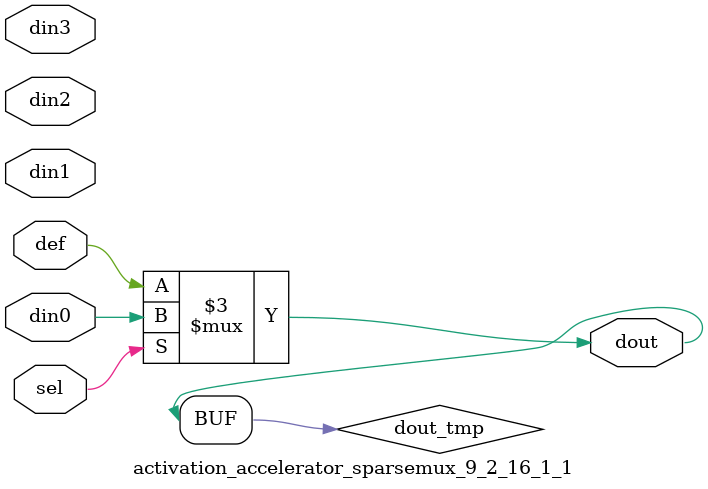
<source format=v>
`timescale 1ns / 1ps

module activation_accelerator_sparsemux_9_2_16_1_1 (din0,din1,din2,din3,def,sel,dout);

parameter din0_WIDTH = 1;

parameter din1_WIDTH = 1;

parameter din2_WIDTH = 1;

parameter din3_WIDTH = 1;

parameter def_WIDTH = 1;
parameter sel_WIDTH = 1;
parameter dout_WIDTH = 1;

parameter [sel_WIDTH-1:0] CASE0 = 1;

parameter [sel_WIDTH-1:0] CASE1 = 1;

parameter [sel_WIDTH-1:0] CASE2 = 1;

parameter [sel_WIDTH-1:0] CASE3 = 1;

parameter ID = 1;
parameter NUM_STAGE = 1;



input [din0_WIDTH-1:0] din0;

input [din1_WIDTH-1:0] din1;

input [din2_WIDTH-1:0] din2;

input [din3_WIDTH-1:0] din3;

input [def_WIDTH-1:0] def;
input [sel_WIDTH-1:0] sel;

output [dout_WIDTH-1:0] dout;



reg [dout_WIDTH-1:0] dout_tmp;


always @ (*) begin
(* parallel_case *) case (sel)
    
    CASE0 : dout_tmp = din0;
    
    CASE1 : dout_tmp = din1;
    
    CASE2 : dout_tmp = din2;
    
    CASE3 : dout_tmp = din3;
    
    default : dout_tmp = def;
endcase
end


assign dout = dout_tmp;



endmodule

</source>
